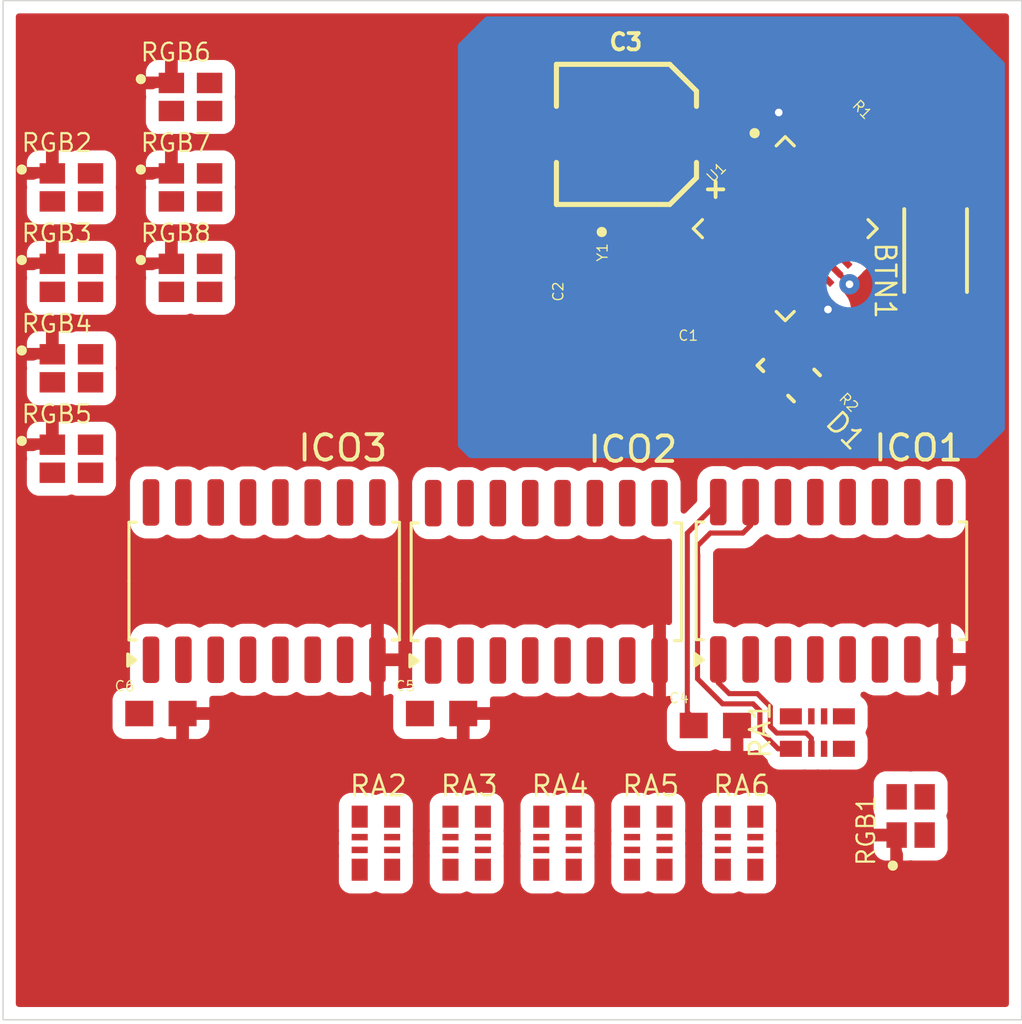
<source format=kicad_pcb>
(kicad_pcb (version 20241229) (generator "pcbnew") (generator_version "9.0")
  (layers (0 "F.Cu" signal) (2 "B.Cu" signal) (13 "F.Paste" user) (15 "B.Paste" user) (5 "F.SilkS" user "F.Silkscreen") (7 "B.SilkS" user "B.Silkscreen") (1 "F.Mask" user) (3 "B.Mask" user) (25 "Edge.Cuts" user))
  (net 0 "")
  (net 1 "GND")
  (net 2 "Net-(U1-PB7{slash}XTAL2{slash}TOSC2)")
  (net 3 "Net-(U1-PB6{slash}XTAL1{slash}TOSC1)")
  (net 4 "+5V")
  (net 5 "Net-(D1-A)")
  (net 6 "/reset")
  (net 7 "SCK0")
  (net 9 "MISO0")
  (net 10 "D7")
  (net 13 "SCK1")
  (net 14 "D5")
  (net 15 "D3")
  (net 17 "D4")
  (net 18 "D2")
  (net 19 "D6")
  (net 21 "TX")
  (net 22 "MOSI1")
  (net 23 "RX")
  (net 25 "MISO1")
  (net 28 "MOSI0")
  (net 29 "SS1")
  (net 31 "SS0")
  (net 34 "Net-(ICO1-LED5)")
  (net 35 "Net-(ICO1-LED2)")
  (net 36 "Net-(ICO1-LED6)")
  (net 37 "Net-(ICO1-SER-OUT)")
  (net 38 "Net-(ICO1-LED8)")
  (net 39 "Net-(ICO1-LED4)")
  (net 40 "Net-(ICO1-LED1)")
  (net 41 "Net-(ICO1-LED7)")
  (net 42 "Net-(ICO1-LED3)")
  (net 43 "Net-(ICO2-LED4)")
  (net 44 "Net-(ICO2-LED1)")
  (net 45 "Net-(ICO2-LED5)")
  (net 46 "Net-(ICO2-LED3)")
  (net 47 "Net-(ICO2-SER-OUT)")
  (net 48 "Net-(ICO2-LED7)")
  (net 49 "Net-(ICO2-LED2)")
  (net 50 "Net-(ICO2-LED8)")
  (net 51 "Net-(ICO2-LED6)")
  (net 52 "Net-(ICO3-LED4)")
  (net 53 "Net-(ICO3-LED8)")
  (net 54 "Net-(ICO3-LED6)")
  (net 55 "Net-(ICO3-LED5)")
  (net 57 "Net-(ICO3-LED7)")
  (net 58 "Net-(ICO3-LED2)")
  (net 59 "Net-(ICO3-LED1)")
  (net 60 "Net-(ICO3-LED3)")
  (net 61 "Net-(RA1-Pad6)")
  (net 62 "Net-(RA1-Pad8)")
  (net 63 "Net-(RA1-Pad5)")
  (net 64 "Net-(RA1-Pad7)")
  (net 65 "Net-(RA2-Pad5)")
  (net 66 "Net-(RA2-Pad7)")
  (net 67 "Net-(RA2-Pad8)")
  (net 68 "Net-(RA2-Pad6)")
  (net 69 "Net-(RA3-Pad8)")
  (net 70 "Net-(RA3-Pad7)")
  (net 71 "Net-(RA3-Pad6)")
  (net 72 "Net-(RA3-Pad5)")
  (net 73 "Net-(RA4-Pad8)")
  (net 74 "Net-(RA4-Pad5)")
  (net 75 "Net-(RA4-Pad6)")
  (net 76 "Net-(RA4-Pad7)")
  (net 77 "Net-(RA5-Pad6)")
  (net 78 "Net-(RA5-Pad8)")
  (net 79 "Net-(RA5-Pad7)")
  (net 80 "Net-(RA5-Pad5)")
  (net 81 "Net-(RA6-Pad8)")
  (net 82 "Net-(RA6-Pad5)")
  (net 83 "Net-(RA6-Pad6)")
  (net 84 "Net-(RA6-Pad7)")
  (footprint "jdeto:QFN50P500X500X90-33N" (layer "F.Cu") (at 120.984368 108.729242 -45)
    (property "Reference" "U1" (at -3.475 0.349999 45) (layer "F.SilkS") (effects (font (size 0.4 0.4) (thickness 0.05))))
    (property "Value" "ATMEGA328PB-MU")
    (fp_line (start -2.55 2.55) (end -2.05 2.55) (stroke (width 0.127)) (layer "F.SilkS"))
    (fp_line (start -2.55 2.05) (end -2.55 2.55) (stroke (width 0.127)) (layer "F.SilkS"))
    (fp_line (start 2.05 2.55) (end 2.55 2.55) (stroke (width 0.127)) (layer "F.SilkS"))
    (fp_line (start -2.55 -2.55) (end -2.55 -2.05) (stroke (width 0.127)) (layer "F.SilkS"))
    (fp_line (start 2.55 2.55) (end 2.55 2.05) (stroke (width 0.127)) (layer "F.SilkS"))
    (fp_line (start -2.05 -2.55) (end -2.55 -2.55) (stroke (width 0.127)) (layer "F.SilkS"))
    (fp_line (start 2.05 -2.55) (end 2.55 -2.55) (stroke (width 0.127)) (layer "F.SilkS"))
    (fp_line (start 2.55 -2.55) (end 2.55 -2.05) (stroke (width 0.127)) (layer "F.SilkS"))
    (fp_circle (center -3.5 -1.8) (end -3.4 -1.8) (stroke (width 0.2)) (fill no) (layer "F.SilkS"))
    (pad "1" smd roundrect (at -2.435 -1.75 315) (size 0.86 0.26) (layers "F.Cu" "F.Mask" "F.Paste") (roundrect_rratio 0.125) (net 15 "D3"))
    (pad "2" smd roundrect (at -2.435 -1.249999 315) (size 0.86 0.26) (layers "F.Cu" "F.Mask" "F.Paste") (roundrect_rratio 0.125) (net 17 "D4"))
    (pad "3" smd roundrect (at -2.435 -0.75 315) (size 0.86 0.26) (layers "F.Cu" "F.Mask" "F.Paste") (roundrect_rratio 0.125))
    (pad "4" smd roundrect (at -2.435 -0.25 315) (size 0.86 0.26) (layers "F.Cu" "F.Mask" "F.Paste") (roundrect_rratio 0.125) (net 4 "+5V"))
    (pad "5" smd roundrect (at -2.435 0.25 315) (size 0.86 0.26) (layers "F.Cu" "F.Mask" "F.Paste") (roundrect_rratio 0.125) (net 1 "GND"))
    (pad "6" smd roundrect (at -2.435 0.75 315) (size 0.86 0.26) (layers "F.Cu" "F.Mask" "F.Paste") (roundrect_rratio 0.125))
    (pad "7" smd roundrect (at -2.435 1.249999 315) (size 0.86 0.26) (layers "F.Cu" "F.Mask" "F.Paste") (roundrect_rratio 0.125) (net 3 "Net-(U1-PB6{slash}XTAL1{slash}TOSC1)"))
    (pad "8" smd roundrect (at -2.435 1.75 315) (size 0.86 0.26) (layers "F.Cu" "F.Mask" "F.Paste") (roundrect_rratio 0.125) (net 2 "Net-(U1-PB7{slash}XTAL2{slash}TOSC2)"))
    (pad "9" smd roundrect (at -1.75 2.435 315) (size 0.26 0.86) (layers "F.Cu" "F.Mask" "F.Paste") (roundrect_rratio 0.125) (net 14 "D5"))
    (pad "10" smd roundrect (at -1.249999 2.435 315) (size 0.26 0.86) (layers "F.Cu" "F.Mask" "F.Paste") (roundrect_rratio 0.125) (net 19 "D6"))
    (pad "11" smd roundrect (at -0.75 2.435 315) (size 0.26 0.86) (layers "F.Cu" "F.Mask" "F.Paste") (roundrect_rratio 0.125) (net 10 "D7"))
    (pad "12" smd roundrect (at -0.25 2.435 315) (size 0.26 0.86) (layers "F.Cu" "F.Mask" "F.Paste") (roundrect_rratio 0.125))
    (pad "13" smd roundrect (at 0.25 2.435 315) (size 0.26 0.86) (layers "F.Cu" "F.Mask" "F.Paste") (roundrect_rratio 0.125))
    (pad "14" smd roundrect (at 0.75 2.435 315) (size 0.26 0.86) (layers "F.Cu" "F.Mask" "F.Paste") (roundrect_rratio 0.125) (net 31 "SS0"))
    (pad "15" smd roundrect (at 1.249999 2.435 315) (size 0.26 0.86) (layers "F.Cu" "F.Mask" "F.Paste") (roundrect_rratio 0.125) (net 28 "MOSI0"))
    (pad "16" smd roundrect (at 1.75 2.435 315) (size 0.26 0.86) (layers "F.Cu" "F.Mask" "F.Paste") (roundrect_rratio 0.125) (net 9 "MISO0"))
    (pad "17" smd roundrect (at 2.435 1.75 315) (size 0.86 0.26) (layers "F.Cu" "F.Mask" "F.Paste") (roundrect_rratio 0.125) (net 7 "SCK0"))
    (pad "18" smd roundrect (at 2.435 1.249999 315) (size 0.86 0.26) (layers "F.Cu" "F.Mask" "F.Paste") (roundrect_rratio 0.125) (net 4 "+5V"))
    (pad "19" smd roundrect (at 2.435 0.75 315) (size 0.86 0.26) (layers "F.Cu" "F.Mask" "F.Paste") (roundrect_rratio 0.125) (net 29 "SS1"))
    (pad "20" smd roundrect (at 2.435 0.25 315) (size 0.86 0.26) (layers "F.Cu" "F.Mask" "F.Paste") (roundrect_rratio 0.125))
    (pad "21" smd roundrect (at 2.435 -0.25 315) (size 0.86 0.26) (layers "F.Cu" "F.Mask" "F.Paste") (roundrect_rratio 0.125) (net 1 "GND"))
    (pad "22" smd roundrect (at 2.435 -0.75 315) (size 0.86 0.26) (layers "F.Cu" "F.Mask" "F.Paste") (roundrect_rratio 0.125) (net 22 "MOSI1"))
    (pad "23" smd roundrect (at 2.435 -1.249999 315) (size 0.86 0.26) (layers "F.Cu" "F.Mask" "F.Paste") (roundrect_rratio 0.125) (net 25 "MISO1"))
    (pad "24" smd roundrect (at 2.435 -1.75 315) (size 0.86 0.26) (layers "F.Cu" "F.Mask" "F.Paste") (roundrect_rratio 0.125) (net 13 "SCK1"))
    (pad "25" smd roundrect (at 1.75 -2.435 315) (size 0.26 0.86) (layers "F.Cu" "F.Mask" "F.Paste") (roundrect_rratio 0.125))
    (pad "26" smd roundrect (at 1.249999 -2.435 315) (size 0.26 0.86) (layers "F.Cu" "F.Mask" "F.Paste") (roundrect_rratio 0.125))
    (pad "27" smd roundrect (at 0.75 -2.435 315) (size 0.26 0.86) (layers "F.Cu" "F.Mask" "F.Paste") (roundrect_rratio 0.125))
    (pad "28" smd roundrect (at 0.25 -2.435 315) (size 0.26 0.86) (layers "F.Cu" "F.Mask" "F.Paste") (roundrect_rratio 0.125))
    (pad "29" smd roundrect (at -0.25 -2.435 315) (size 0.26 0.86) (layers "F.Cu" "F.Mask" "F.Paste") (roundrect_rratio 0.125) (net 6 "/reset"))
    (pad "30" smd roundrect (at -0.75 -2.435 315) (size 0.26 0.86) (layers "F.Cu" "F.Mask" "F.Paste") (roundrect_rratio 0.125) (net 23 "RX"))
    (pad "31" smd roundrect (at -1.249999 -2.435 315) (size 0.26 0.86) (layers "F.Cu" "F.Mask" "F.Paste") (roundrect_rratio 0.125) (net 21 "TX"))
    (pad "32" smd roundrect (at -1.75 -2.435 315) (size 0.26 0.86) (layers "F.Cu" "F.Mask" "F.Paste") (roundrect_rratio 0.125) (net 18 "D2"))
    (pad "33" smd rect (at 0 0 315) (size 3.1 3.1) (layers "F.Cu" "F.Mask"))
  )
  (footprint "jdeto:RESC1607X60N" (layer "F.Cu") (at 124.2 105.7 -45)
    (property "Reference" "R1" (at -1.3 -1.025 135) (layer "F.SilkS") (effects (font (size 0.4 0.4) (thickness 0.05))))
    (property "Value" "Ω")
    (pad "1" smd rect (at -0.734999 0 315) (size 1.04 1.02) (layers "F.Cu" "F.Mask" "F.Paste") (net 4 "+5V"))
    (pad "2" smd rect (at 0.734999 0 315) (size 1.04 1.02) (layers "F.Cu" "F.Mask" "F.Paste") (net 6 "/reset"))
  )
  (footprint "jdeto:OSC_CX2016DB16000D0WZRC1" (layer "F.Cu") (at 115.28 109.56)
    (property "Reference" "Y1" (at -1.475 0.1 90) (layer "F.SilkS") (effects (font (size 0.4 0.4) (thickness 0.05))))
    (property "Value" "16mhz")
    (fp_circle (center -1.5 -0.7) (end -1.4 -0.7) (stroke (width 0.2)) (fill no) (layer "F.SilkS"))
    (pad "1" smd rect (at -0.55 -0.7) (size 0.8 0.9) (layers "F.Cu" "F.Mask" "F.Paste") (net 3 "Net-(U1-PB6{slash}XTAL1{slash}TOSC1)"))
    (pad "2" smd rect (at -0.55 0.7) (size 0.8 0.9) (layers "F.Cu" "F.Mask" "F.Paste"))
    (pad "3" smd rect (at 0.55 0.7) (size 0.8 0.9) (layers "F.Cu" "F.Mask" "F.Paste") (net 2 "Net-(U1-PB7{slash}XTAL2{slash}TOSC2)"))
    (pad "4" smd rect (at 0.55 -0.7) (size 0.8 0.9) (layers "F.Cu" "F.Mask" "F.Paste"))
  )
  (footprint "jdeto:RESC1607X60N" (layer "F.Cu") (at 123.29 113.91 135)
    (property "Reference" "R2" (at -1.3 -1.025 135) (layer "F.SilkS") (effects (font (size 0.4 0.4) (thickness 0.05))))
    (property "Value" "Ω")
    (pad "1" smd rect (at -0.734999 0 135) (size 1.04 1.02) (layers "F.Cu" "F.Mask" "F.Paste") (net 5 "Net-(D1-A)"))
    (pad "2" smd rect (at 0.734999 0 135) (size 1.04 1.02) (layers "F.Cu" "F.Mask" "F.Paste") (net 7 "SCK0"))
  )
  (footprint "jdeto:LED_CLMVC-FKA-CL1D1L71BB7C3C3" (layer "F.Cu") (at 92.955 110.66)
    (property "Reference" "RGB3" (at -0.575 -1.75 0) (layer "F.SilkS") (effects (font (size 0.7 0.7) (thickness 0.0875))))
    (property "Value" "rgb")
    (fp_circle (center -1.95 -0.7) (end -1.85 -0.7) (stroke (width 0.2)) (fill no) (layer "F.SilkS"))
    (pad "1" smd rect (at -0.75 -0.55) (size 1 0.8) (layers "F.Cu" "F.Mask" "F.Paste") (net 1 "GND"))
    (pad "2" smd rect (at 0.75 -0.55) (size 1 0.8) (layers "F.Cu" "F.Mask" "F.Paste") (net 68 "Net-(RA2-Pad6)"))
    (pad "3" smd rect (at 0.75 0.55) (size 1 0.8) (layers "F.Cu" "F.Mask" "F.Paste") (net 65 "Net-(RA2-Pad5)"))
    (pad "4" smd rect (at -0.75 0.55) (size 1 0.8) (layers "F.Cu" "F.Mask" "F.Paste") (net 69 "Net-(RA3-Pad8)"))
  )
  (footprint "jdeto:sop16_hc595" (layer "F.Cu") (at 100.525001 122.5625 90)
    (property "Reference" "ICO3" (at 5.2225 3.084999 180) (layer "F.SilkS"))
    (property "Value" "74HC595")
    (fp_line (start 2.31 -5.31) (end 2.31 -5.03) (stroke (width 0.12)) (layer "F.SilkS"))
    (fp_line (start 0 -5.31) (end 2.31 -5.31) (stroke (width 0.12)) (layer "F.SilkS"))
    (fp_line (start 0 -5.31) (end -2.31 -5.31) (stroke (width 0.12)) (layer "F.SilkS"))
    (fp_line (start -2.31 -5.31) (end -2.31 -5.03) (stroke (width 0.12)) (layer "F.SilkS"))
    (fp_line (start 2.31 5.31) (end 2.31 5.03) (stroke (width 0.12)) (layer "F.SilkS"))
    (fp_line (start 0 5.31) (end 2.31 5.31) (stroke (width 0.12)) (layer "F.SilkS"))
    (fp_line (start 0 5.31) (end -2.31 5.31) (stroke (width 0.12)) (layer "F.SilkS"))
    (fp_line (start -2.31 5.31) (end -2.31 5.03) (stroke (width 0.12)) (layer "F.SilkS"))
    (fp_poly (pts (xy -3.1 -5.03) (xy -3.34 -5.36) (xy -2.86 -5.36)) (stroke (width 0.12)) (fill yes) (layer "F.SilkS"))
    (pad "1" smd roundrect (at -3.0875 -4.445 90) (size 1.825 0.65) (layers "F.Cu" "F.Mask" "F.Paste") (net 58 "Net-(ICO3-LED2)"))
    (pad "2" smd roundrect (at -3.0875 -3.175 90) (size 1.825 0.65) (layers "F.Cu" "F.Mask" "F.Paste") (net 60 "Net-(ICO3-LED3)"))
    (pad "3" smd roundrect (at -3.0875 -1.905 90) (size 1.825 0.65) (layers "F.Cu" "F.Mask" "F.Paste") (net 52 "Net-(ICO3-LED4)"))
    (pad "4" smd roundrect (at -3.0875 -0.635 90) (size 1.825 0.65) (layers "F.Cu" "F.Mask" "F.Paste") (net 55 "Net-(ICO3-LED5)"))
    (pad "5" smd roundrect (at -3.0875 0.635 90) (size 1.825 0.65) (layers "F.Cu" "F.Mask" "F.Paste") (net 54 "Net-(ICO3-LED6)"))
    (pad "6" smd roundrect (at -3.0875 1.905 90) (size 1.825 0.65) (layers "F.Cu" "F.Mask" "F.Paste") (net 57 "Net-(ICO3-LED7)"))
    (pad "7" smd roundrect (at -3.0875 3.175 90) (size 1.825 0.65) (layers "F.Cu" "F.Mask" "F.Paste") (net 53 "Net-(ICO3-LED8)"))
    (pad "8" smd roundrect (at -3.0875 4.445 90) (size 1.825 0.65) (layers "F.Cu" "F.Mask" "F.Paste") (net 1 "GND"))
    (pad "9" smd roundrect (at 3.0875 4.445 90) (size 1.825 0.65) (layers "F.Cu" "F.Mask" "F.Paste"))
    (pad "10" smd roundrect (at 3.0875 3.175 90) (size 1.825 0.65) (layers "F.Cu" "F.Mask" "F.Paste") (net 4 "+5V"))
    (pad "11" smd roundrect (at 3.0875 1.905 90) (size 1.825 0.65) (layers "F.Cu" "F.Mask" "F.Paste") (net 14 "D5"))
    (pad "12" smd roundrect (at 3.0875 0.635 90) (size 1.825 0.65) (layers "F.Cu" "F.Mask" "F.Paste") (net 17 "D4"))
    (pad "13" smd roundrect (at 3.0875 -0.635 90) (size 1.825 0.65) (layers "F.Cu" "F.Mask" "F.Paste") (net 15 "D3"))
    (pad "14" smd roundrect (at 3.0875 -1.905 90) (size 1.825 0.65) (layers "F.Cu" "F.Mask" "F.Paste") (net 47 "Net-(ICO2-SER-OUT)"))
    (pad "15" smd roundrect (at 3.0875 -3.175 90) (size 1.825 0.65) (layers "F.Cu" "F.Mask" "F.Paste") (net 59 "Net-(ICO3-LED1)"))
    (pad "16" smd roundrect (at 3.0875 -4.445 90) (size 1.825 0.65) (layers "F.Cu" "F.Mask" "F.Paste") (net 4 "+5V"))
  )
  (footprint "jdeto:C_ARRAY_EXB28V_PAN" (layer "F.Cu") (at 122.246474 128.506999 90)
    (property "Reference" "RA1" (at 0.100001 -2.25 90) (layer "F.SilkS") (effects (font (size 0.8 0.8) (thickness 0.1))))
    (property "Value" "470Ω" (hide yes))
    (pad "1" smd rect (at -0.637 -1.0414 90) (size 0.631 0.8636) (layers "F.Cu" "F.Mask" "F.Paste") (net 40 "Net-(ICO1-LED1)"))
    (pad "2" smd rect (at -0.636999 -0.236474 90) (size 0.631 0.254) (layers "F.Cu" "F.Mask" "F.Paste") (net 35 "Net-(ICO1-LED2)"))
    (pad "3" smd rect (at -0.636999 0.263652 90) (size 0.631 0.254) (layers "F.Cu" "F.Mask" "F.Paste") (net 42 "Net-(ICO1-LED3)"))
    (pad "4" smd rect (at -0.637 1.0414 90) (size 0.631 0.8636) (layers "F.Cu" "F.Mask" "F.Paste") (net 39 "Net-(ICO1-LED4)"))
    (pad "5" smd rect (at 0.637 1.0414 90) (size 0.631 0.8636) (layers "F.Cu" "F.Mask" "F.Paste") (net 63 "Net-(RA1-Pad5)"))
    (pad "6" smd rect (at 0.636999 0.263652 90) (size 0.631 0.254) (layers "F.Cu" "F.Mask" "F.Paste") (net 61 "Net-(RA1-Pad6)"))
    (pad "7" smd rect (at 0.636999 -0.236474 90) (size 0.631 0.254) (layers "F.Cu" "F.Mask" "F.Paste") (net 64 "Net-(RA1-Pad7)"))
    (pad "8" smd rect (at 0.637 -1.0414 90) (size 0.631 0.8636) (layers "F.Cu" "F.Mask" "F.Paste") (net 62 "Net-(RA1-Pad8)"))
  )
  (footprint "jdeto:sop16_hc595" (layer "F.Cu") (at 122.8 122.55 90)
    (property "Reference" "ICO1" (at 5.21 3.42 180) (layer "F.SilkS"))
    (property "Value" "74HC595")
    (fp_line (start 2.31 -5.31) (end 2.31 -5.03) (stroke (width 0.12)) (layer "F.SilkS"))
    (fp_line (start 0 -5.31) (end 2.31 -5.31) (stroke (width 0.12)) (layer "F.SilkS"))
    (fp_line (start 0 -5.31) (end -2.31 -5.31) (stroke (width 0.12)) (layer "F.SilkS"))
    (fp_line (start -2.31 -5.31) (end -2.31 -5.03) (stroke (width 0.12)) (layer "F.SilkS"))
    (fp_line (start 2.31 5.31) (end 2.31 5.03) (stroke (width 0.12)) (layer "F.SilkS"))
    (fp_line (start 0 5.31) (end 2.31 5.31) (stroke (width 0.12)) (layer "F.SilkS"))
    (fp_line (start 0 5.31) (end -2.31 5.31) (stroke (width 0.12)) (layer "F.SilkS"))
    (fp_line (start -2.31 5.31) (end -2.31 5.03) (stroke (width 0.12)) (layer "F.SilkS"))
    (fp_poly (pts (xy -3.1 -5.03) (xy -3.34 -5.36) (xy -2.86 -5.36)) (stroke (width 0.12)) (fill yes) (layer "F.SilkS"))
    (pad "1" smd roundrect (at -3.0875 -4.445 90) (size 1.825 0.65) (layers "F.Cu" "F.Mask" "F.Paste") (net 35 "Net-(ICO1-LED2)"))
    (pad "2" smd roundrect (at -3.0875 -3.175 90) (size 1.825 0.65) (layers "F.Cu" "F.Mask" "F.Paste") (net 42 "Net-(ICO1-LED3)"))
    (pad "3" smd roundrect (at -3.0875 -1.905 90) (size 1.825 0.65) (layers "F.Cu" "F.Mask" "F.Paste") (net 39 "Net-(ICO1-LED4)"))
    (pad "4" smd roundrect (at -3.0875 -0.635 90) (size 1.825 0.65) (layers "F.Cu" "F.Mask" "F.Paste") (net 34 "Net-(ICO1-LED5)"))
    (pad "5" smd roundrect (at -3.0875 0.635 90) (size 1.825 0.65) (layers "F.Cu" "F.Mask" "F.Paste") (net 36 "Net-(ICO1-LED6)"))
    (pad "6" smd roundrect (at -3.0875 1.905 90) (size 1.825 0.65) (layers "F.Cu" "F.Mask" "F.Paste") (net 41 "Net-(ICO1-LED7)"))
    (pad "7" smd roundrect (at -3.0875 3.175 90) (size 1.825 0.65) (layers "F.Cu" "F.Mask" "F.Paste") (net 38 "Net-(ICO1-LED8)"))
    (pad "8" smd roundrect (at -3.0875 4.445 90) (size 1.825 0.65) (layers "F.Cu" "F.Mask" "F.Paste") (net 1 "GND"))
    (pad "9" smd roundrect (at 3.0875 4.445 90) (size 1.825 0.65) (layers "F.Cu" "F.Mask" "F.Paste") (net 37 "Net-(ICO1-SER-OUT)"))
    (pad "10" smd roundrect (at 3.0875 3.175 90) (size 1.825 0.65) (layers "F.Cu" "F.Mask" "F.Paste") (net 4 "+5V"))
    (pad "11" smd roundrect (at 3.0875 1.905 90) (size 1.825 0.65) (layers "F.Cu" "F.Mask" "F.Paste") (net 14 "D5"))
    (pad "12" smd roundrect (at 3.0875 0.635 90) (size 1.825 0.65) (layers "F.Cu" "F.Mask" "F.Paste") (net 17 "D4"))
    (pad "13" smd roundrect (at 3.0875 -0.635 90) (size 1.825 0.65) (layers "F.Cu" "F.Mask" "F.Paste") (net 15 "D3"))
    (pad "14" smd roundrect (at 3.0875 -1.905 90) (size 1.825 0.65) (layers "F.Cu" "F.Mask" "F.Paste") (net 18 "D2"))
    (pad "15" smd roundrect (at 3.0875 -3.175 90) (size 1.825 0.65) (layers "F.Cu" "F.Mask" "F.Paste") (net 40 "Net-(ICO1-LED1)"))
    (pad "16" smd roundrect (at 3.0875 -4.445 90) (size 1.825 0.65) (layers "F.Cu" "F.Mask" "F.Paste") (net 4 "+5V"))
  )
  (footprint "jdeto:BTN_R-667995_MIT" (layer "F.Cu") (at 126.89 109.588484 -90)
    (property "Reference" "BTN1" (at 1.181426 1.979899 270) (layer "F.SilkS") (effects (font (size 0.8 0.8) (thickness 0.1))))
    (property "Value" "BTN_R-667995" (hide yes))
    (fp_line (start -1.6256 1.2319) (end 1.6256 1.2319) (stroke (width 0.1524)) (layer "F.SilkS"))
    (fp_line (start 1.6256 -1.2319) (end -1.6256 -1.2319) (stroke (width 0.1524)) (layer "F.SilkS"))
    (pad "1" smd rect (at -1.6764 0 270) (size 0.5588 1.2954) (layers "F.Cu" "F.Mask" "F.Paste") (net 6 "/reset"))
    (pad "2" smd rect (at 1.6764 0 270) (size 0.5588 1.2954) (layers "F.Cu" "F.Mask" "F.Paste") (net 1 "GND"))
  )
  (footprint "jdeto:LED_CLMVC-FKA-CL1D1L71BB7C3C3" (layer "F.Cu") (at 125.91 131.78 90)
    (property "Reference" "RGB1" (at -0.575001 -1.750001 90) (layer "F.SilkS") (effects (font (size 0.7 0.7) (thickness 0.0875))))
    (property "Value" "rgb")
    (fp_circle (center -1.95 -0.7) (end -1.85 -0.7) (stroke (width 0.2)) (fill no) (layer "F.SilkS"))
    (pad "1" smd rect (at -0.75 -0.55 90) (size 1 0.8) (layers "F.Cu" "F.Mask" "F.Paste") (net 1 "GND"))
    (pad "2" smd rect (at 0.75 -0.55 90) (size 1 0.8) (layers "F.Cu" "F.Mask" "F.Paste") (net 62 "Net-(RA1-Pad8)"))
    (pad "3" smd rect (at 0.75 0.55 90) (size 1 0.8) (layers "F.Cu" "F.Mask" "F.Paste") (net 64 "Net-(RA1-Pad7)"))
    (pad "4" smd rect (at -0.75 0.55 90) (size 1 0.8) (layers "F.Cu" "F.Mask" "F.Paste") (net 61 "Net-(RA1-Pad6)"))
  )
  (footprint "jdeto:CAPC1608X90" (layer "F.Cu") (at 115.75 111.85 180)
    (property "Reference" "C1" (at -1.425 -1.075 0) (layer "F.SilkS") (effects (font (size 0.4 0.4) (thickness 0.05))))
    (property "Value" "nf")
    (pad "1" smd rect (at -0.85 0 180) (size 1.1 1) (layers "F.Cu" "F.Mask" "F.Paste") (net 2 "Net-(U1-PB7{slash}XTAL2{slash}TOSC2)"))
    (pad "2" smd rect (at 0.85 0 180) (size 1.1 1) (layers "F.Cu" "F.Mask" "F.Paste") (net 1 "GND"))
  )
  (footprint "jdeto:C_ARRAY_EXB28V_PAN" (layer "F.Cu") (at 112.0416 132.8486)
    (property "Reference" "RA4" (at 0.1 -2.25 0) (layer "F.SilkS") (effects (font (size 0.8 0.8) (thickness 0.1))))
    (property "Value" "470Ω" (hide yes))
    (pad "1" smd rect (at -0.637 -1.0414) (size 0.631 0.8636) (layers "F.Cu" "F.Mask" "F.Paste") (net 45 "Net-(ICO2-LED5)"))
    (pad "2" smd rect (at -0.636999 -0.236474) (size 0.631 0.254) (layers "F.Cu" "F.Mask" "F.Paste") (net 51 "Net-(ICO2-LED6)"))
    (pad "3" smd rect (at -0.636999 0.263652) (size 0.631 0.254) (layers "F.Cu" "F.Mask" "F.Paste") (net 48 "Net-(ICO2-LED7)"))
    (pad "4" smd rect (at -0.637 1.0414) (size 0.631 0.8636) (layers "F.Cu" "F.Mask" "F.Paste") (net 50 "Net-(ICO2-LED8)"))
    (pad "5" smd rect (at 0.637 1.0414) (size 0.631 0.8636) (layers "F.Cu" "F.Mask" "F.Paste") (net 74 "Net-(RA4-Pad5)"))
    (pad "6" smd rect (at 0.636999 0.263652) (size 0.631 0.254) (layers "F.Cu" "F.Mask" "F.Paste") (net 75 "Net-(RA4-Pad6)"))
    (pad "7" smd rect (at 0.636999 -0.236474) (size 0.631 0.254) (layers "F.Cu" "F.Mask" "F.Paste") (net 76 "Net-(RA4-Pad7)"))
    (pad "8" smd rect (at 0.637 -1.0414) (size 0.631 0.8636) (layers "F.Cu" "F.Mask" "F.Paste") (net 73 "Net-(RA4-Pad8)"))
  )
  (footprint "jdeto:C_ARRAY_EXB28V_PAN" (layer "F.Cu") (at 115.607 132.8486)
    (property "Reference" "RA5" (at 0.1 -2.25 0) (layer "F.SilkS") (effects (font (size 0.8 0.8) (thickness 0.1))))
    (property "Value" "470Ω" (hide yes))
    (pad "1" smd rect (at -0.637 -1.0414) (size 0.631 0.8636) (layers "F.Cu" "F.Mask" "F.Paste") (net 59 "Net-(ICO3-LED1)"))
    (pad "2" smd rect (at -0.636999 -0.236474) (size 0.631 0.254) (layers "F.Cu" "F.Mask" "F.Paste") (net 58 "Net-(ICO3-LED2)"))
    (pad "3" smd rect (at -0.636999 0.263652) (size 0.631 0.254) (layers "F.Cu" "F.Mask" "F.Paste") (net 60 "Net-(ICO3-LED3)"))
    (pad "4" smd rect (at -0.637 1.0414) (size 0.631 0.8636) (layers "F.Cu" "F.Mask" "F.Paste") (net 52 "Net-(ICO3-LED4)"))
    (pad "5" smd rect (at 0.637 1.0414) (size 0.631 0.8636) (layers "F.Cu" "F.Mask" "F.Paste") (net 80 "Net-(RA5-Pad5)"))
    (pad "6" smd rect (at 0.636999 0.263652) (size 0.631 0.254) (layers "F.Cu" "F.Mask" "F.Paste") (net 77 "Net-(RA5-Pad6)"))
    (pad "7" smd rect (at 0.636999 -0.236474) (size 0.631 0.254) (layers "F.Cu" "F.Mask" "F.Paste") (net 79 "Net-(RA5-Pad7)"))
    (pad "8" smd rect (at 0.637 -1.0414) (size 0.631 0.8636) (layers "F.Cu" "F.Mask" "F.Paste") (net 78 "Net-(RA5-Pad8)"))
  )
  (footprint "jdeto:CAPC1608X90" (layer "F.Cu") (at 118.24 128.23)
    (property "Reference" "C4" (at -1.425 -1.075 0) (layer "F.SilkS") (effects (font (size 0.4 0.4) (thickness 0.05))))
    (property "Value" "100nf")
    (pad "1" smd rect (at -0.85 0) (size 1.1 1) (layers "F.Cu" "F.Mask" "F.Paste") (net 4 "+5V"))
    (pad "2" smd rect (at 0.85 0) (size 1.1 1) (layers "F.Cu" "F.Mask" "F.Paste") (net 1 "GND"))
  )
  (footprint "jdeto:sop16_hc595" (layer "F.Cu") (at 111.605 122.59 90)
    (property "Reference" "ICO2" (at 5.2 3.395 180) (layer "F.SilkS"))
    (property "Value" "74HC595")
    (fp_line (start 2.31 -5.31) (end 2.31 -5.03) (stroke (width 0.12)) (layer "F.SilkS"))
    (fp_line (start 0 -5.31) (end 2.31 -5.31) (stroke (width 0.12)) (layer "F.SilkS"))
    (fp_line (start 0 -5.31) (end -2.31 -5.31) (stroke (width 0.12)) (layer "F.SilkS"))
    (fp_line (start -2.31 -5.31) (end -2.31 -5.03) (stroke (width 0.12)) (layer "F.SilkS"))
    (fp_line (start 2.31 5.31) (end 2.31 5.03) (stroke (width 0.12)) (layer "F.SilkS"))
    (fp_line (start 0 5.31) (end 2.31 5.31) (stroke (width 0.12)) (layer "F.SilkS"))
    (fp_line (start 0 5.31) (end -2.31 5.31) (stroke (width 0.12)) (layer "F.SilkS"))
    (fp_line (start -2.31 5.31) (end -2.31 5.03) (stroke (width 0.12)) (layer "F.SilkS"))
    (fp_poly (pts (xy -3.1 -5.03) (xy -3.34 -5.36) (xy -2.86 -5.36)) (stroke (width 0.12)) (fill yes) (layer "F.SilkS"))
    (pad "1" smd roundrect (at -3.0875 -4.445 90) (size 1.825 0.65) (layers "F.Cu" "F.Mask" "F.Paste") (net 49 "Net-(ICO2-LED2)"))
    (pad "2" smd roundrect (at -3.0875 -3.175 90) (size 1.825 0.65) (layers "F.Cu" "F.Mask" "F.Paste") (net 46 "Net-(ICO2-LED3)"))
    (pad "3" smd roundrect (at -3.0875 -1.905 90) (size 1.825 0.65) (layers "F.Cu" "F.Mask" "F.Paste") (net 43 "Net-(ICO2-LED4)"))
    (pad "4" smd roundrect (at -3.0875 -0.635 90) (size 1.825 0.65) (layers "F.Cu" "F.Mask" "F.Paste") (net 45 "Net-(ICO2-LED5)"))
    (pad "5" smd roundrect (at -3.0875 0.635 90) (size 1.825 0.65) (layers "F.Cu" "F.Mask" "F.Paste") (net 51 "Net-(ICO2-LED6)"))
    (pad "6" smd roundrect (at -3.0875 1.905 90) (size 1.825 0.65) (layers "F.Cu" "F.Mask" "F.Paste") (net 48 "Net-(ICO2-LED7)"))
    (pad "7" smd roundrect (at -3.0875 3.175 90) (size 1.825 0.65) (layers "F.Cu" "F.Mask" "F.Paste") (net 50 "Net-(ICO2-LED8)"))
    (pad "8" smd roundrect (at -3.0875 4.445 90) (size 1.825 0.65) (layers "F.Cu" "F.Mask" "F.Paste") (net 1 "GND"))
    (pad "9" smd roundrect (at 3.0875 4.445 90) (size 1.825 0.65) (layers "F.Cu" "F.Mask" "F.Paste") (net 47 "Net-(ICO2-SER-OUT)"))
    (pad "10" smd roundrect (at 3.0875 3.175 90) (size 1.825 0.65) (layers "F.Cu" "F.Mask" "F.Paste") (net 4 "+5V"))
    (pad "11" smd roundrect (at 3.0875 1.905 90) (size 1.825 0.65) (layers "F.Cu" "F.Mask" "F.Paste") (net 14 "D5"))
    (pad "12" smd roundrect (at 3.0875 0.635 90) (size 1.825 0.65) (layers "F.Cu" "F.Mask" "F.Paste") (net 17 "D4"))
    (pad "13" smd roundrect (at 3.0875 -0.635 90) (size 1.825 0.65) (layers "F.Cu" "F.Mask" "F.Paste") (net 15 "D3"))
    (pad "14" smd roundrect (at 3.0875 -1.905 90) (size 1.825 0.65) (layers "F.Cu" "F.Mask" "F.Paste") (net 37 "Net-(ICO1-SER-OUT)"))
    (pad "15" smd roundrect (at 3.0875 -3.175 90) (size 1.825 0.65) (layers "F.Cu" "F.Mask" "F.Paste") (net 44 "Net-(ICO2-LED1)"))
    (pad "16" smd roundrect (at 3.0875 -4.445 90) (size 1.825 0.65) (layers "F.Cu" "F.Mask" "F.Paste") (net 4 "+5V"))
  )
  (footprint "jdeto:CAPC1608X90" (layer "F.Cu") (at 96.47 127.76)
    (property "Reference" "C6" (at -1.425 -1.075 0) (layer "F.SilkS") (effects (font (size 0.4 0.4) (thickness 0.05))))
    (property "Value" "100nf")
    (pad "1" smd rect (at -0.85 0) (size 1.1 1) (layers "F.Cu" "F.Mask" "F.Paste") (net 4 "+5V"))
    (pad "2" smd rect (at 0.85 0) (size 1.1 1) (layers "F.Cu" "F.Mask" "F.Paste") (net 1 "GND"))
  )
  (footprint "jdeto:LED_CLMVC-FKA-CL1D1L71BB7C3C3" (layer "F.Cu") (at 97.63 110.66)
    (property "Reference" "RGB8" (at -0.575 -1.75 0) (layer "F.SilkS") (effects (font (size 0.7 0.7) (thickness 0.0875))))
    (property "Value" "rgb")
    (fp_circle (center -1.95 -0.7) (end -1.85 -0.7) (stroke (width 0.2)) (fill no) (layer "F.SilkS"))
    (pad "1" smd rect (at -0.75 -0.55) (size 1 0.8) (layers "F.Cu" "F.Mask" "F.Paste") (net 1 "GND"))
    (pad "2" smd rect (at 0.75 -0.55) (size 1 0.8) (layers "F.Cu" "F.Mask" "F.Paste") (net 84 "Net-(RA6-Pad7)"))
    (pad "3" smd rect (at 0.75 0.55) (size 1 0.8) (layers "F.Cu" "F.Mask" "F.Paste") (net 83 "Net-(RA6-Pad6)"))
    (pad "4" smd rect (at -0.75 0.55) (size 1 0.8) (layers "F.Cu" "F.Mask" "F.Paste") (net 82 "Net-(RA6-Pad5)"))
  )
  (footprint "jdeto:LED_CLMVC-FKA-CL1D1L71BB7C3C3" (layer "F.Cu") (at 92.955 117.76)
    (property "Reference" "RGB5" (at -0.575 -1.75 0) (layer "F.SilkS") (effects (font (size 0.7 0.7) (thickness 0.0875))))
    (property "Value" "rgb")
    (fp_circle (center -1.95 -0.7) (end -1.85 -0.7) (stroke (width 0.2)) (fill no) (layer "F.SilkS"))
    (pad "1" smd rect (at -0.75 -0.55) (size 1 0.8) (layers "F.Cu" "F.Mask" "F.Paste") (net 1 "GND"))
    (pad "2" smd rect (at 0.75 -0.55) (size 1 0.8) (layers "F.Cu" "F.Mask" "F.Paste") (net 73 "Net-(RA4-Pad8)"))
    (pad "3" smd rect (at 0.75 0.55) (size 1 0.8) (layers "F.Cu" "F.Mask" "F.Paste") (net 76 "Net-(RA4-Pad7)"))
    (pad "4" smd rect (at -0.75 0.55) (size 1 0.8) (layers "F.Cu" "F.Mask" "F.Paste") (net 75 "Net-(RA4-Pad6)"))
  )
  (footprint "jdeto:C_ARRAY_EXB28V_PAN" (layer "F.Cu") (at 119.1724 132.8486)
    (property "Reference" "RA6" (at 0.1 -2.25 0) (layer "F.SilkS") (effects (font (size 0.8 0.8) (thickness 0.1))))
    (property "Value" "470Ω" (hide yes))
    (pad "1" smd rect (at -0.637 -1.0414) (size 0.631 0.8636) (layers "F.Cu" "F.Mask" "F.Paste") (net 55 "Net-(ICO3-LED5)"))
    (pad "2" smd rect (at -0.636999 -0.236474) (size 0.631 0.254) (layers "F.Cu" "F.Mask" "F.Paste") (net 54 "Net-(ICO3-LED6)"))
    (pad "3" smd rect (at -0.636999 0.263652) (size 0.631 0.254) (layers "F.Cu" "F.Mask" "F.Paste") (net 57 "Net-(ICO3-LED7)"))
    (pad "4" smd rect (at -0.637 1.0414) (size 0.631 0.8636) (layers "F.Cu" "F.Mask" "F.Paste") (net 53 "Net-(ICO3-LED8)"))
    (pad "5" smd rect (at 0.637 1.0414) (size 0.631 0.8636) (layers "F.Cu" "F.Mask" "F.Paste") (net 82 "Net-(RA6-Pad5)"))
    (pad "6" smd rect (at 0.636999 0.263652) (size 0.631 0.254) (layers "F.Cu" "F.Mask" "F.Paste") (net 83 "Net-(RA6-Pad6)"))
    (pad "7" smd rect (at 0.636999 -0.236474) (size 0.631 0.254) (layers "F.Cu" "F.Mask" "F.Paste") (net 84 "Net-(RA6-Pad7)"))
    (pad "8" smd rect (at 0.637 -1.0414) (size 0.631 0.8636) (layers "F.Cu" "F.Mask" "F.Paste") (net 81 "Net-(RA6-Pad8)"))
  )
  (footprint "jdeto:LED_CLMVC-FKA-CL1D1L71BB7C3C3" (layer "F.Cu") (at 97.63 103.56)
    (property "Reference" "RGB6" (at -0.575 -1.75 0) (layer "F.SilkS") (effects (font (size 0.7 0.7) (thickness 0.0875))))
    (property "Value" "rgb")
    (fp_circle (center -1.95 -0.7) (end -1.85 -0.7) (stroke (width 0.2)) (fill no) (layer "F.SilkS"))
    (pad "1" smd rect (at -0.75 -0.55) (size 1 0.8) (layers "F.Cu" "F.Mask" "F.Paste") (net 1 "GND"))
    (pad "2" smd rect (at 0.75 -0.55) (size 1 0.8) (layers "F.Cu" "F.Mask" "F.Paste") (net 74 "Net-(RA4-Pad5)"))
    (pad "3" smd rect (at 0.75 0.55) (size 1 0.8) (layers "F.Cu" "F.Mask" "F.Paste") (net 78 "Net-(RA5-Pad8)"))
    (pad "4" smd rect (at -0.75 0.55) (size 1 0.8) (layers "F.Cu" "F.Mask" "F.Paste") (net 79 "Net-(RA5-Pad7)"))
  )
  (footprint "jdeto:CAPC1608X90" (layer "F.Cu") (at 107.49 127.76)
    (property "Reference" "C5" (at -1.425 -1.075 0) (layer "F.SilkS") (effects (font (size 0.4 0.4) (thickness 0.05))))
    (property "Value" "100nf")
    (pad "1" smd rect (at -0.85 0) (size 1.1 1) (layers "F.Cu" "F.Mask" "F.Paste") (net 4 "+5V"))
    (pad "2" smd rect (at 0.85 0) (size 1.1 1) (layers "F.Cu" "F.Mask" "F.Paste") (net 1 "GND"))
  )
  (footprint "jdeto:LED_CLMVC-FKA-CL1D1L71BB7C3C3" (layer "F.Cu") (at 97.63 107.11)
    (property "Reference" "RGB7" (at -0.575 -1.75 0) (layer "F.SilkS") (effects (font (size 0.7 0.7) (thickness 0.0875))))
    (property "Value" "rgb")
    (fp_circle (center -1.95 -0.7) (end -1.85 -0.7) (stroke (width 0.2)) (fill no) (layer "F.SilkS"))
    (pad "1" smd rect (at -0.75 -0.55) (size 1 0.8) (layers "F.Cu" "F.Mask" "F.Paste") (net 1 "GND"))
    (pad "2" smd rect (at 0.75 -0.55) (size 1 0.8) (layers "F.Cu" "F.Mask" "F.Paste") (net 77 "Net-(RA5-Pad6)"))
    (pad "3" smd rect (at 0.75 0.55) (size 1 0.8) (layers "F.Cu" "F.Mask" "F.Paste") (net 80 "Net-(RA5-Pad5)"))
    (pad "4" smd rect (at -0.75 0.55) (size 1 0.8) (layers "F.Cu" "F.Mask" "F.Paste") (net 81 "Net-(RA6-Pad8)"))
  )
  (footprint "jdeto:LED_CLMVC-FKA-CL1D1L71BB7C3C3" (layer "F.Cu") (at 92.955 107.11)
    (property "Reference" "RGB2" (at -0.575 -1.75 0) (layer "F.SilkS") (effects (font (size 0.7 0.7) (thickness 0.0875))))
    (property "Value" "rgb")
    (fp_circle (center -1.95 -0.7) (end -1.85 -0.7) (stroke (width 0.2)) (fill no) (layer "F.SilkS"))
    (pad "1" smd rect (at -0.75 -0.55) (size 1 0.8) (layers "F.Cu" "F.Mask" "F.Paste") (net 1 "GND"))
    (pad "2" smd rect (at 0.75 -0.55) (size 1 0.8) (layers "F.Cu" "F.Mask" "F.Paste") (net 63 "Net-(RA1-Pad5)"))
    (pad "3" smd rect (at 0.75 0.55) (size 1 0.8) (layers "F.Cu" "F.Mask" "F.Paste") (net 67 "Net-(RA2-Pad8)"))
    (pad "4" smd rect (at -0.75 0.55) (size 1 0.8) (layers "F.Cu" "F.Mask" "F.Paste") (net 66 "Net-(RA2-Pad7)"))
  )
  (footprint "jdeto:WCAP-ASLI_5X5.5_DXL_" (layer "F.Cu") (at 114.75 105.03)
    (property "Reference" "C3" (at -0.025 -3.625 0) (layer "F.SilkS") (effects (font (size 0.64 0.64))))
    (property "Value" "pf")
    (fp_line (start -2.75 -2.75) (end -2.75 -1.1) (stroke (width 0.2)) (layer "F.SilkS"))
    (fp_line (start -2.75 -2.75) (end 1.7 -2.75) (stroke (width 0.2)) (layer "F.SilkS"))
    (fp_line (start -2.75 2.75) (end -2.75 1.1) (stroke (width 0.2)) (layer "F.SilkS"))
    (fp_line (start -2.75 2.75) (end 1.7 2.75) (stroke (width 0.2)) (layer "F.SilkS"))
    (fp_line (start 1.7 -2.75) (end 2.75 -1.7) (stroke (width 0.2)) (layer "F.SilkS"))
    (fp_line (start 1.7 2.75) (end 2.75 1.7) (stroke (width 0.2)) (layer "F.SilkS"))
    (fp_line (start 2.75 -1.7) (end 2.75 -1.1) (stroke (width 0.2)) (layer "F.SilkS"))
    (fp_line (start 2.75 1.7) (end 2.75 1.1) (stroke (width 0.2)) (layer "F.SilkS"))
    (fp_text user "+" (at 3.5 2.1 0) (layer "F.SilkS") (effects (font (size 0.8 0.8))))
    (pad "1" smd rect (at 2.2 0) (size 3 1.6) (layers "F.Cu" "F.Mask" "F.Paste") (net 4 "+5V"))
    (pad "2" smd rect (at -2.2 0) (size 3 1.6) (layers "F.Cu" "F.Mask" "F.Paste") (net 1 "GND"))
  )
  (footprint "jdeto:LED_LTST-C170GKT_LTO" (layer "F.Cu") (at 121.725361 114.885361 -45)
    (property "Reference" "D1" (at 2.4 0.099999 315) (layer "F.SilkS") (effects (font (size 0.8 0.8) (thickness 0.1))))
    (property "Value" "led_small" (hide yes))
    (fp_line (start -1.85 0.736413) (end -1.85 0.413587) (stroke (width 0.1524)) (layer "F.SilkS"))
    (fp_line (start -1.85 0.736413) (end -1.527174 0.736414) (stroke (width 0.1524)) (layer "F.SilkS"))
    (fp_line (start -0.161413 0.725) (end 0.161413 0.725) (stroke (width 0.1524)) (layer "F.SilkS"))
    (fp_line (start 0.161413 -0.725) (end -0.161413 -0.725) (stroke (width 0.1524)) (layer "F.SilkS"))
    (pad "1" smd rect (at -1.0541 0 315) (size 1.1938 1.1938) (layers "F.Cu" "F.Mask" "F.Paste") (net 1 "GND"))
    (pad "2" smd rect (at 1.0541 0 315) (size 1.1938 1.1938) (layers "F.Cu" "F.Mask" "F.Paste") (net 5 "Net-(D1-A)"))
    (zone (net 0) (net_name "") (layer "F.Cu") (connect_pads (clearance 0)) (min_thickness 0.254)
      (keepout (tracks not_allowed) (vias not_allowed) (pads allowed) (copperpour not_allowed) (footprints allowed))
      (fill (thermal_gap 0.508) (thermal_bridge_width 0.508))
      (polygon (pts (xy 121.842104 114.193881) (xy 122.416841 114.768618) (xy 121.608618 115.576841) (xy 121.033881 115.002104)))
    )
  )
  (footprint "jdeto:CAPC1608X90" (layer "F.Cu") (at 113.17 109.85 -90)
    (property "Reference" "C2" (at 1.35 1.1 90) (layer "F.SilkS") (effects (font (size 0.4 0.4) (thickness 0.05))))
    (property "Value" "nf")
    (pad "1" smd rect (at -0.85 0 270) (size 1.1 1) (layers "F.Cu" "F.Mask" "F.Paste") (net 3 "Net-(U1-PB6{slash}XTAL1{slash}TOSC1)"))
    (pad "2" smd rect (at 0.85 0 270) (size 1.1 1) (layers "F.Cu" "F.Mask" "F.Paste") (net 1 "GND"))
  )
  (footprint "jdeto:LED_CLMVC-FKA-CL1D1L71BB7C3C3" (layer "F.Cu") (at 92.955 114.21)
    (property "Reference" "RGB4" (at -0.575 -1.75 0) (layer "F.SilkS") (effects (font (size 0.7 0.7) (thickness 0.0875))))
    (property "Value" "rgb")
    (fp_circle (center -1.95 -0.7) (end -1.85 -0.7) (stroke (width 0.2)) (fill no) (layer "F.SilkS"))
    (pad "1" smd rect (at -0.75 -0.55) (size 1 0.8) (layers "F.Cu" "F.Mask" "F.Paste") (net 1 "GND"))
    (pad "2" smd rect (at 0.75 -0.55) (size 1 0.8) (layers "F.Cu" "F.Mask" "F.Paste") (net 70 "Net-(RA3-Pad7)"))
    (pad "3" smd rect (at 0.75 0.55) (size 1 0.8) (layers "F.Cu" "F.Mask" "F.Paste") (net 71 "Net-(RA3-Pad6)"))
    (pad "4" smd rect (at -0.75 0.55) (size 1 0.8) (layers "F.Cu" "F.Mask" "F.Paste") (net 72 "Net-(RA3-Pad5)"))
  )
  (footprint "jdeto:C_ARRAY_EXB28V_PAN" (layer "F.Cu") (at 104.9108 132.8486)
    (property "Reference" "RA2" (at 0.1 -2.25 0) (layer "F.SilkS") (effects (font (size 0.8 0.8) (thickness 0.1))))
    (property "Value" "470Ω" (hide yes))
    (pad "1" smd rect (at -0.637 -1.0414) (size 0.631 0.8636) (layers "F.Cu" "F.Mask" "F.Paste") (net 34 "Net-(ICO1-LED5)"))
    (pad "2" smd rect (at -0.636999 -0.236474) (size 0.631 0.254) (layers "F.Cu" "F.Mask" "F.Paste") (net 36 "Net-(ICO1-LED6)"))
    (pad "3" smd rect (at -0.636999 0.263652) (size 0.631 0.254) (layers "F.Cu" "F.Mask" "F.Paste") (net 41 "Net-(ICO1-LED7)"))
    (pad "4" smd rect (at -0.637 1.0414) (size 0.631 0.8636) (layers "F.Cu" "F.Mask" "F.Paste") (net 38 "Net-(ICO1-LED8)"))
    (pad "5" smd rect (at 0.637 1.0414) (size 0.631 0.8636) (layers "F.Cu" "F.Mask" "F.Paste") (net 65 "Net-(RA2-Pad5)"))
    (pad "6" smd rect (at 0.636999 0.263652) (size 0.631 0.254) (layers "F.Cu" "F.Mask" "F.Paste") (net 68 "Net-(RA2-Pad6)"))
    (pad "7" smd rect (at 0.636999 -0.236474) (size 0.631 0.254) (layers "F.Cu" "F.Mask" "F.Paste") (net 66 "Net-(RA2-Pad7)"))
    (pad "8" smd rect (at 0.637 -1.0414) (size 0.631 0.8636) (layers "F.Cu" "F.Mask" "F.Paste") (net 67 "Net-(RA2-Pad8)"))
  )
  (footprint "jdeto:C_ARRAY_EXB28V_PAN" (layer "F.Cu") (at 108.4762 132.8486)
    (property "Reference" "RA3" (at 0.1 -2.25 0) (layer "F.SilkS") (effects (font (size 0.8 0.8) (thickness 0.1))))
    (property "Value" "470Ω" (hide yes))
    (pad "1" smd rect (at -0.637 -1.0414) (size 0.631 0.8636) (layers "F.Cu" "F.Mask" "F.Paste") (net 44 "Net-(ICO2-LED1)"))
    (pad "2" smd rect (at -0.636999 -0.236474) (size 0.631 0.254) (layers "F.Cu" "F.Mask" "F.Paste") (net 49 "Net-(ICO2-LED2)"))
    (pad "3" smd rect (at -0.636999 0.263652) (size 0.631 0.254) (layers "F.Cu" "F.Mask" "F.Paste") (net 46 "Net-(ICO2-LED3)"))
    (pad "4" smd rect (at -0.637 1.0414) (size 0.631 0.8636) (layers "F.Cu" "F.Mask" "F.Paste") (net 43 "Net-(ICO2-LED4)"))
    (pad "5" smd rect (at 0.637 1.0414) (size 0.631 0.8636) (layers "F.Cu" "F.Mask" "F.Paste") (net 72 "Net-(RA3-Pad5)"))
    (pad "6" smd rect (at 0.636999 0.263652) (size 0.631 0.254) (layers "F.Cu" "F.Mask" "F.Paste") (net 71 "Net-(RA3-Pad6)"))
    (pad "7" smd rect (at 0.636999 -0.236474) (size 0.631 0.254) (layers "F.Cu" "F.Mask" "F.Paste") (net 70 "Net-(RA3-Pad7)"))
    (pad "8" smd rect (at 0.637 -1.0414) (size 0.631 0.8636) (layers "F.Cu" "F.Mask" "F.Paste") (net 69 "Net-(RA3-Pad8)"))
  )
  (gr_rect (start 90.27 99.78) (end 130.27 139.78) (stroke (width 0.05)) (fill no) (layer "Edge.Cuts"))
  (segment (start 122.88295 110.287753) (end 123.5081 110.912903) (width 0.2) (layer "F.Cu") (net 1))
  (segment (start 118.755186 106.853613) (end 118.346387 106.853613) (width 0.2) (layer "F.Cu") (net 1))
  (segment (start 122.88295 110.274271) (end 122.88295 110.287753) (width 0.2) (layer "F.Cu") (net 1))
  (segment (start 118.346387 106.853613) (end 118.04028 107.15972) (width 0.2) (layer "F.Cu") (net 1))
  (segment (start 118.04028 107.15972) (end 114.67972 107.15972) (width 0.2) (layer "F.Cu") (net 1))
  (segment (start 114.67972 107.15972) (end 112.55 105.03) (width 0.2) (layer "F.Cu") (net 1))
  (segment (start 119.085786 107.184213) (end 118.755186 106.853613) (width 0.2) (layer "F.Cu") (net 1))
  (via (at 123.5081 110.912903) (size 0.8) (drill 0.3) (layers "F.Cu" "B.Cu") (net 1))
  (segment (start 116.77828 107.96172) (end 116.531 108.209) (width 0.2) (layer "F.Cu") (net 2))
  (segment (start 116.531 108.209) (end 116.531 109.611) (width 0.2) (layer "F.Cu") (net 2))
  (segment (start 115.83 110.260001) (end 115.83 111.08) (width 0.2) (layer "F.Cu") (net 2))
  (segment (start 115.881999 110.260001) (end 115.83 110.260001) (width 0.2) (layer "F.Cu") (net 2))
  (segment (start 115.83 111.08) (end 116.6 111.85) (width 0.2) (layer "F.Cu") (net 2))
  (segment (start 117.741972 107.96172) (end 116.77828 107.96172) (width 0.2) (layer "F.Cu") (net 2))
  (segment (start 116.531 109.611) (end 115.881999 110.260001) (width 0.2) (layer "F.Cu") (net 2))
  (segment (start 118.025126 108.244874) (end 117.741972 107.96172) (width 0.2) (layer "F.Cu") (net 2))
  (segment (start 118.378679 107.891321) (end 118.048078 107.56072) (width 0.2) (layer "F.Cu") (net 3))
  (segment (start 114.73 108.859999) (end 113.310001 108.859999) (width 0.2) (layer "F.Cu") (net 3))
  (segment (start 114.73 108.209999) (end 114.73 108.859999) (width 0.2) (layer "F.Cu") (net 3))
  (segment (start 113.310001 108.859999) (end 113.17 109) (width 0.2) (layer "F.Cu") (net 3))
  (segment (start 118.048078 107.56072) (end 115.379279 107.56072) (width 0.2) (layer "F.Cu") (net 3))
  (segment (start 115.379279 107.56072) (end 114.73 108.209999) (width 0.2) (layer "F.Cu") (net 3))
  (segment (start 122.389445 111.902086) (end 122.662035 111.902086) (width 0.2) (layer "F.Cu") (net 4))
  (segment (start 121.82229 111.334931) (end 122.389445 111.902086) (width 0.2) (layer "F.Cu") (net 4))
  (segment (start 117.63868 105.03) (end 116.95 105.03) (width 0.2) (layer "F.Cu") (net 4))
  (segment (start 117.14 127.71) (end 117.66 128.23) (width 0.2) (layer "F.Cu") (net 4))
  (segment (start 117.14 120.677501) (end 117.14 127.71) (width 0.2) (layer "F.Cu") (net 4))
  (segment (start 118.355001 119.4625) (end 117.14 120.677501) (width 0.2) (layer "F.Cu") (net 4))
  (segment (start 119.43934 106.83066) (end 117.63868 105.03) (width 0.2) (layer "F.Cu") (net 4))
  (via (at 122.662035 111.902086) (size 0.8) (drill 0.3) (layers "F.Cu" "B.Cu") (net 4))
  (via (at 120.73 104.17) (size 0.8) (drill 0.3) (layers "F.Cu" "B.Cu") (net 4))
  (segment (start 123.671721 114.429723) (end 122.470722 115.630722) (width 0.2) (layer "F.Cu") (net 5))
  (segment (start 123.809723 114.429723) (end 123.671721 114.429723) (width 0.2) (layer "F.Cu") (net 5))
  (segment (start 122.970334 106.389723) (end 124.759723 106.389723) (width 0.2) (layer "F.Cu") (net 6))
  (segment (start 126.282084 107.912084) (end 126.89 107.912084) (width 0.2) (layer "F.Cu") (net 6))
  (segment (start 124.759723 106.389723) (end 126.282084 107.912084) (width 0.2) (layer "F.Cu") (net 6))
  (segment (start 122.529397 106.83066) (end 122.970334 106.389723) (width 0.2) (layer "F.Cu") (net 6))
  (segment (start 122.770277 113.000277) (end 122.770277 113.390277) (width 0.2) (layer "F.Cu") (net 7))
  (segment (start 121.468736 111.688484) (end 121.468736 111.698736) (width 0.2) (layer "F.Cu") (net 7))
  (segment (start 121.468736 111.698736) (end 122.770277 113.000277) (width 0.2) (layer "F.Cu") (net 7))
  (segment (start 118.355001 126.550001) (end 118.784 126.979) (width 0.2) (layer "F.Cu") (net 35))
  (segment (start 118.784 126.979) (end 119.8861 126.979) (width 0.2) (layer "F.Cu") (net 35))
  (segment (start 120.654599 128.527499) (end 121.807499 128.527499) (width 0.2) (layer "F.Cu") (net 35))
  (segment (start 122.01 128.73) (end 122.01 129.143998) (width 0.2) (layer "F.Cu") (net 35))
  (segment (start 118.355001 125.637502) (end 118.355001 126.550001) (width 0.2) (layer "F.Cu") (net 35))
  (segment (start 121.807499 128.527499) (end 122.01 128.73) (width 0.2) (layer "F.Cu") (net 35))
  (segment (start 119.8861 126.979) (end 120.4 127.4929) (width 0.2) (layer "F.Cu") (net 35))
  (segment (start 120.4 128.2729) (end 120.654599 128.527499) (width 0.2) (layer "F.Cu") (net 35))
  (segment (start 120.4 127.4929) (end 120.4 128.2729) (width 0.2) (layer "F.Cu") (net 35))
  (segment (start 120.703999 129.143999) (end 121.205074 129.143999) (width 0.2) (layer "F.Cu") (net 40))
  (segment (start 119.99 128.43) (end 120.703999 129.143999) (width 0.2) (layer "F.Cu") (net 40))
  (segment (start 117.55 124.63) (end 117.541 124.639) (width 0.2) (layer "F.Cu") (net 40))
  (segment (start 117.55 121.529) (end 117.55 124.63) (width 0.2) (layer "F.Cu") (net 40))
  (segment (start 119.625001 119.4625) (end 119.625001 120.374999) (width 0.2) (layer "F.Cu") (net 40))
  (segment (start 118.044 120.676) (end 117.541 121.179) (width 0.2) (layer "F.Cu") (net 40))
  (segment (start 118.525009 127.38) (end 119.72 127.38) (width 0.2) (layer "F.Cu") (net 40))
  (segment (start 117.541 121.179) (end 117.541 121.52) (width 0.2) (layer "F.Cu") (net 40))
  (segment (start 119.99 127.65) (end 119.99 128.43) (width 0.2) (layer "F.Cu") (net 40))
  (segment (start 119.625001 120.374999) (end 119.324 120.676) (width 0.2) (layer "F.Cu") (net 40))
  (segment (start 117.541 126.395991) (end 118.525009 127.38) (width 0.2) (layer "F.Cu") (net 40))
  (segment (start 119.324 120.676) (end 118.044 120.676) (width 0.2) (layer "F.Cu") (net 40))
  (segment (start 117.541 124.639) (end 117.541 126.395991) (width 0.2) (layer "F.Cu") (net 40))
  (segment (start 119.72 127.38) (end 119.99 127.65) (width 0.2) (layer "F.Cu") (net 40))
  (segment (start 117.541 121.52) (end 117.55 121.529) (width 0.2) (layer "F.Cu") (net 40))
  (zone (net 4) (net_name "+5V") (layer "F.Cu") (priority 1) (connect_pads (clearance 0.5)) (min_thickness 0.25) (fill yes (thermal_gap 0.5) (thermal_bridge_width 0.5))
    (polygon (pts (xy 115.14 105.352186) (xy 115.14 106.05) (xy 115.45 106.36) (xy 118.99 106.36) (xy 120.18 105.17) (xy 122.72 105.17) (xy 123.45 105.9) (xy 124.32 105.9) (xy 124.66 105.56) (xy 124.66 104.23) (xy 123.58 103.15) (xy 117.19032 103.15)))
  )
  (zone (net 1) (net_name "GND") (layer "F.Cu") (connect_pads (clearance 0.5)) (min_thickness 0.25) (fill yes (thermal_gap 0.5) (thermal_bridge_width 0.5))
    (polygon (pts (xy 90.15 139.96) (xy 130.15 139.96) (xy 130.18 139.93) (xy 130.18 100.04) (xy 130.08 99.94) (xy 90.16 99.94) (xy 90.15 99.95)))
  )
  (zone (net 4) (net_name "+5V") (layer "B.Cu") (priority 2) (connect_pads (clearance 0.5)) (min_thickness 0.25) (fill yes (thermal_gap 0.5) (thermal_bridge_width 0.5))
    (polygon (pts (xy 109.23 100.4) (xy 127.79 100.4) (xy 129.61 102.22) (xy 129.61 116.63) (xy 128.5 117.74) (xy 108.59 117.74) (xy 108.13 117.28) (xy 108.13 101.5)))
  )
)
</source>
